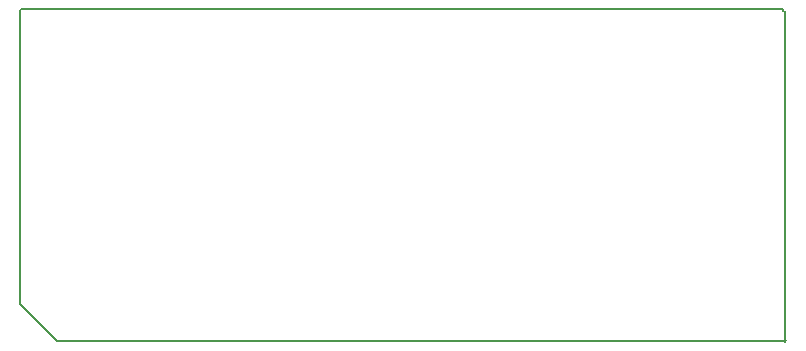
<source format=gko>
G04*
G04 #@! TF.GenerationSoftware,Altium Limited,Altium Designer,23.2.1 (34)*
G04*
G04 Layer_Color=16711935*
%FSLAX24Y24*%
%MOIN*%
G70*
G04*
G04 #@! TF.SameCoordinates,05F612E5-D9C9-4FC5-8177-6EA7AEB907BC*
G04*
G04*
G04 #@! TF.FilePolarity,Positive*
G04*
G01*
G75*
%ADD13C,0.0079*%
%ADD41C,0.0100*%
D13*
X0Y9893D02*
G03*
X-50Y9843I0J-50D01*
G01*
X25385D02*
G03*
X25335Y9893I-50J0D01*
G01*
X25444Y9784D02*
G03*
X25384Y9833I-50J0D01*
G01*
X25444Y-1131D02*
Y59D01*
X24204Y-1181D02*
X25394D01*
X1181D02*
X24204D01*
X-50Y50D02*
X1181Y-1181D01*
X-50Y50D02*
Y1034D01*
X25444Y59D02*
Y9784D01*
X-50Y1034D02*
Y9843D01*
X0Y9893D02*
X25335D01*
X25384Y9833D02*
X25385Y9843D01*
D41*
X25394Y-1181D02*
X25444Y-1131D01*
M02*

</source>
